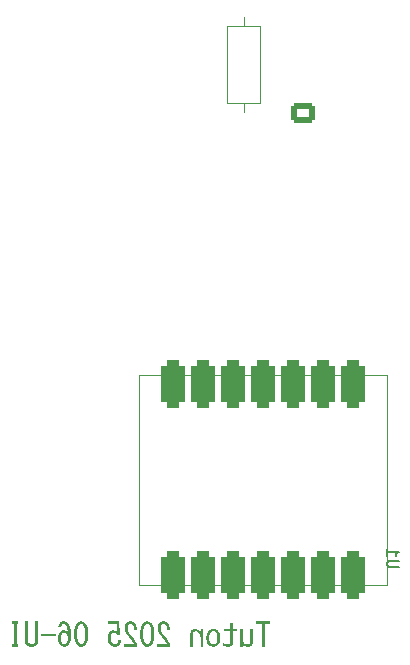
<source format=gbr>
%TF.GenerationSoftware,KiCad,Pcbnew,7.0.9*%
%TF.CreationDate,2025-01-19T18:06:07+09:00*%
%TF.ProjectId,06-UI,30362d55-492e-46b6-9963-61645f706362,rev?*%
%TF.SameCoordinates,Original*%
%TF.FileFunction,Legend,Bot*%
%TF.FilePolarity,Positive*%
%FSLAX46Y46*%
G04 Gerber Fmt 4.6, Leading zero omitted, Abs format (unit mm)*
G04 Created by KiCad (PCBNEW 7.0.9) date 2025-01-19 18:06:07*
%MOMM*%
%LPD*%
G01*
G04 APERTURE LIST*
G04 Aperture macros list*
%AMRoundRect*
0 Rectangle with rounded corners*
0 $1 Rounding radius*
0 $2 $3 $4 $5 $6 $7 $8 $9 X,Y pos of 4 corners*
0 Add a 4 corners polygon primitive as box body*
4,1,4,$2,$3,$4,$5,$6,$7,$8,$9,$2,$3,0*
0 Add four circle primitives for the rounded corners*
1,1,$1+$1,$2,$3*
1,1,$1+$1,$4,$5*
1,1,$1+$1,$6,$7*
1,1,$1+$1,$8,$9*
0 Add four rect primitives between the rounded corners*
20,1,$1+$1,$2,$3,$4,$5,0*
20,1,$1+$1,$4,$5,$6,$7,0*
20,1,$1+$1,$6,$7,$8,$9,0*
20,1,$1+$1,$8,$9,$2,$3,0*%
G04 Aperture macros list end*
%ADD10C,0.400000*%
%ADD11C,0.150000*%
%ADD12C,0.120000*%
%ADD13O,1.950000X1.700000*%
%ADD14RoundRect,0.250000X0.725000X-0.600000X0.725000X0.600000X-0.725000X0.600000X-0.725000X-0.600000X0*%
%ADD15RoundRect,0.500000X0.500000X-1.500000X0.500000X1.500000X-0.500000X1.500000X-0.500000X-1.500000X0*%
%ADD16C,1.700000*%
%ADD17O,1.850000X3.048000*%
%ADD18O,1.600000X1.600000*%
%ADD19C,1.600000*%
%ADD20C,3.200000*%
G04 APERTURE END LIST*
D10*
G36*
X139774218Y-108223018D02*
G01*
X139774218Y-107255816D01*
X139774218Y-106297896D01*
X140203108Y-106297896D01*
X140203108Y-106079542D01*
X139070799Y-106079542D01*
X139070799Y-106297896D01*
X139521671Y-106297896D01*
X139521671Y-108223018D01*
X139774218Y-108223018D01*
G37*
G36*
X137935558Y-108003199D02*
G01*
X137957927Y-108029818D01*
X137981071Y-108054719D01*
X138004990Y-108077903D01*
X138029683Y-108099370D01*
X138055151Y-108119119D01*
X138081394Y-108137151D01*
X138108411Y-108153466D01*
X138136203Y-108168063D01*
X138164770Y-108180943D01*
X138194112Y-108192106D01*
X138224228Y-108201551D01*
X138255119Y-108209279D01*
X138286785Y-108215290D01*
X138319225Y-108219583D01*
X138352440Y-108222159D01*
X138386430Y-108223018D01*
X138409414Y-108222630D01*
X138431714Y-108221468D01*
X138453332Y-108219531D01*
X138474266Y-108216820D01*
X138494517Y-108213334D01*
X138514085Y-108209073D01*
X138532970Y-108204037D01*
X138560017Y-108195031D01*
X138585526Y-108184282D01*
X138609499Y-108171790D01*
X138631934Y-108157555D01*
X138652833Y-108141576D01*
X138672194Y-108123855D01*
X138691836Y-108102766D01*
X138709546Y-108080716D01*
X138725324Y-108057703D01*
X138739170Y-108033729D01*
X138751084Y-108008794D01*
X138761066Y-107982896D01*
X138769116Y-107956037D01*
X138775234Y-107928217D01*
X138779420Y-107899434D01*
X138781137Y-107879711D01*
X138781996Y-107859561D01*
X138782103Y-107849326D01*
X138782103Y-106717016D01*
X138562285Y-106717016D01*
X138562285Y-107794127D01*
X138561800Y-107818183D01*
X138560344Y-107840890D01*
X138557919Y-107862249D01*
X138554523Y-107882261D01*
X138548485Y-107906845D01*
X138540723Y-107929033D01*
X138531236Y-107948825D01*
X138520023Y-107966219D01*
X138507086Y-107981217D01*
X138492202Y-107994040D01*
X138474907Y-108005153D01*
X138455200Y-108014556D01*
X138433080Y-108022250D01*
X138408549Y-108028234D01*
X138388568Y-108031600D01*
X138367230Y-108034004D01*
X138344536Y-108035447D01*
X138320484Y-108035928D01*
X138292020Y-108034962D01*
X138264328Y-108032064D01*
X138237409Y-108027234D01*
X138211262Y-108020472D01*
X138185889Y-108011778D01*
X138161288Y-108001152D01*
X138137460Y-107988594D01*
X138114405Y-107974104D01*
X138092122Y-107957682D01*
X138070613Y-107939328D01*
X138056702Y-107926018D01*
X138042032Y-107910677D01*
X138028309Y-107894816D01*
X138015532Y-107878437D01*
X138003702Y-107861538D01*
X137992817Y-107844121D01*
X137982880Y-107826184D01*
X137973889Y-107807728D01*
X137965844Y-107788754D01*
X137958746Y-107769260D01*
X137952594Y-107749248D01*
X137947388Y-107728716D01*
X137943129Y-107707665D01*
X137939817Y-107686096D01*
X137937451Y-107664007D01*
X137936031Y-107641399D01*
X137935558Y-107618272D01*
X137935558Y-106717016D01*
X137715739Y-106717016D01*
X137715739Y-108223018D01*
X137935558Y-108223018D01*
X137935558Y-108003199D01*
G37*
G36*
X137075334Y-106904106D02*
G01*
X137427044Y-106904106D01*
X137427044Y-106717016D01*
X137075334Y-106717016D01*
X137075334Y-106233415D01*
X136855516Y-106233415D01*
X136855516Y-106717016D01*
X136360680Y-106717016D01*
X136360680Y-106904106D01*
X136855516Y-106904106D01*
X136855516Y-107893290D01*
X136853970Y-107914852D01*
X136849334Y-107934294D01*
X136838343Y-107956917D01*
X136821856Y-107975769D01*
X136805885Y-107987434D01*
X136786823Y-107996979D01*
X136764669Y-108004402D01*
X136739424Y-108009704D01*
X136711088Y-108012885D01*
X136690480Y-108013828D01*
X136679661Y-108013946D01*
X136656233Y-108013602D01*
X136632721Y-108012572D01*
X136609124Y-108010855D01*
X136585444Y-108008450D01*
X136561680Y-108005359D01*
X136537832Y-108001581D01*
X136513900Y-107997116D01*
X136489884Y-107991964D01*
X136465784Y-107986125D01*
X136441601Y-107979599D01*
X136417333Y-107972386D01*
X136392981Y-107964487D01*
X136368545Y-107955900D01*
X136344026Y-107946626D01*
X136319422Y-107936666D01*
X136294734Y-107926018D01*
X136294734Y-108157072D01*
X136328594Y-108165058D01*
X136361420Y-108172528D01*
X136393212Y-108179483D01*
X136423969Y-108185923D01*
X136453693Y-108191848D01*
X136482382Y-108197258D01*
X136510036Y-108202152D01*
X136536657Y-108206531D01*
X136562243Y-108210395D01*
X136586795Y-108213744D01*
X136610313Y-108216578D01*
X136632797Y-108218896D01*
X136654246Y-108220699D01*
X136674662Y-108221987D01*
X136703345Y-108222953D01*
X136712390Y-108223018D01*
X136734719Y-108222739D01*
X136756340Y-108221901D01*
X136777252Y-108220506D01*
X136797455Y-108218553D01*
X136816949Y-108216041D01*
X136853810Y-108209343D01*
X136887837Y-108200413D01*
X136919027Y-108189251D01*
X136947382Y-108175855D01*
X136972902Y-108160228D01*
X136995586Y-108142367D01*
X137015434Y-108122275D01*
X137032447Y-108099949D01*
X137046625Y-108075391D01*
X137057967Y-108048601D01*
X137066474Y-108019578D01*
X137072145Y-107988323D01*
X137074980Y-107954835D01*
X137075334Y-107937254D01*
X137075334Y-106904106D01*
G37*
G36*
X135464478Y-106717703D02*
G01*
X135493931Y-106719764D01*
X135522868Y-106723199D01*
X135551290Y-106728007D01*
X135579196Y-106734190D01*
X135606588Y-106741746D01*
X135633464Y-106750676D01*
X135659825Y-106760980D01*
X135685671Y-106772658D01*
X135711002Y-106785710D01*
X135735817Y-106800135D01*
X135760117Y-106815935D01*
X135783902Y-106833108D01*
X135807172Y-106851655D01*
X135829927Y-106871576D01*
X135852166Y-106892871D01*
X135873461Y-106915756D01*
X135893382Y-106940445D01*
X135911929Y-106966940D01*
X135929103Y-106995239D01*
X135944902Y-107025344D01*
X135959328Y-107057254D01*
X135972380Y-107090969D01*
X135984057Y-107126489D01*
X135994361Y-107163815D01*
X135998998Y-107183154D01*
X136003292Y-107202945D01*
X136007241Y-107223187D01*
X136010848Y-107243881D01*
X136014111Y-107265025D01*
X136017030Y-107286621D01*
X136019606Y-107308668D01*
X136021839Y-107331167D01*
X136023728Y-107354117D01*
X136025273Y-107377518D01*
X136026476Y-107401370D01*
X136027334Y-107425674D01*
X136027849Y-107450428D01*
X136028021Y-107475635D01*
X136027849Y-107500149D01*
X136027334Y-107524235D01*
X136026476Y-107547891D01*
X136025273Y-107571118D01*
X136023728Y-107593916D01*
X136021839Y-107616284D01*
X136019606Y-107638223D01*
X136017030Y-107659733D01*
X136014111Y-107680813D01*
X136010848Y-107701464D01*
X136007241Y-107721685D01*
X136003292Y-107741478D01*
X135994361Y-107779774D01*
X135984057Y-107816353D01*
X135972380Y-107851215D01*
X135959328Y-107884360D01*
X135944902Y-107915787D01*
X135929103Y-107945497D01*
X135911929Y-107973489D01*
X135893382Y-107999764D01*
X135873461Y-108024322D01*
X135852166Y-108047163D01*
X135829927Y-108068458D01*
X135807172Y-108088379D01*
X135783902Y-108106926D01*
X135760117Y-108124099D01*
X135735817Y-108139899D01*
X135711002Y-108154324D01*
X135685671Y-108167376D01*
X135659825Y-108179054D01*
X135633464Y-108189358D01*
X135606588Y-108198288D01*
X135579196Y-108205844D01*
X135551290Y-108212027D01*
X135522868Y-108216835D01*
X135493931Y-108220270D01*
X135464478Y-108222331D01*
X135434511Y-108223018D01*
X135405845Y-108222331D01*
X135377610Y-108220270D01*
X135349806Y-108216835D01*
X135322434Y-108212027D01*
X135295493Y-108205844D01*
X135268983Y-108198288D01*
X135242904Y-108189358D01*
X135217257Y-108179054D01*
X135192041Y-108167376D01*
X135167256Y-108154324D01*
X135142902Y-108139899D01*
X135118980Y-108124099D01*
X135095489Y-108106926D01*
X135072429Y-108088379D01*
X135049800Y-108068458D01*
X135027602Y-108047163D01*
X135016783Y-108035957D01*
X134996175Y-108012258D01*
X134976941Y-107986841D01*
X134959081Y-107959708D01*
X134942594Y-107930856D01*
X134927482Y-107900288D01*
X134913743Y-107868002D01*
X134901378Y-107833999D01*
X134890388Y-107798278D01*
X134880771Y-107760841D01*
X134876477Y-107741478D01*
X134872527Y-107721685D01*
X134868921Y-107701464D01*
X134865658Y-107680813D01*
X134862739Y-107659733D01*
X134860163Y-107638223D01*
X134857930Y-107616284D01*
X134856041Y-107593916D01*
X134854495Y-107571118D01*
X134853293Y-107547891D01*
X134852435Y-107524235D01*
X134851919Y-107500149D01*
X134851748Y-107475635D01*
X135093548Y-107475635D01*
X135093666Y-107496038D01*
X135094021Y-107516034D01*
X135095441Y-107554800D01*
X135097807Y-107591932D01*
X135101120Y-107627431D01*
X135105379Y-107661297D01*
X135110584Y-107693530D01*
X135116736Y-107724129D01*
X135123834Y-107753094D01*
X135131879Y-107780427D01*
X135140870Y-107806126D01*
X135150808Y-107830191D01*
X135161692Y-107852623D01*
X135173522Y-107873422D01*
X135186299Y-107892588D01*
X135200023Y-107910120D01*
X135214692Y-107926018D01*
X135227114Y-107938026D01*
X135246077Y-107954586D01*
X135265434Y-107969402D01*
X135285186Y-107982475D01*
X135305333Y-107993805D01*
X135325875Y-108003392D01*
X135346813Y-108011236D01*
X135368145Y-108017337D01*
X135389872Y-108021695D01*
X135411994Y-108024309D01*
X135434511Y-108025181D01*
X135450868Y-108024794D01*
X135474916Y-108022760D01*
X135498381Y-108018983D01*
X135521261Y-108013463D01*
X135543558Y-108006201D01*
X135565271Y-107997195D01*
X135586400Y-107986446D01*
X135606945Y-107973953D01*
X135626906Y-107959718D01*
X135646283Y-107943740D01*
X135665076Y-107926018D01*
X135672529Y-107918273D01*
X135686726Y-107901558D01*
X135699976Y-107883209D01*
X135712280Y-107863227D01*
X135723637Y-107841611D01*
X135734048Y-107818363D01*
X135743513Y-107793480D01*
X135752031Y-107766965D01*
X135759602Y-107738816D01*
X135766227Y-107709033D01*
X135771906Y-107677618D01*
X135776638Y-107644569D01*
X135780424Y-107609886D01*
X135783263Y-107573570D01*
X135785156Y-107535621D01*
X135785747Y-107516034D01*
X135786102Y-107496038D01*
X135786221Y-107475635D01*
X135786102Y-107454539D01*
X135785747Y-107433875D01*
X135785156Y-107413640D01*
X135784328Y-107393836D01*
X135781962Y-107355519D01*
X135778649Y-107318922D01*
X135774390Y-107284047D01*
X135769185Y-107250893D01*
X135763033Y-107219460D01*
X135755935Y-107189748D01*
X135747890Y-107161758D01*
X135738899Y-107135488D01*
X135728961Y-107110940D01*
X135718077Y-107088113D01*
X135706246Y-107067007D01*
X135693469Y-107047622D01*
X135679746Y-107029958D01*
X135665076Y-107014016D01*
X135652612Y-107002008D01*
X135633430Y-106985448D01*
X135613663Y-106970632D01*
X135593313Y-106957559D01*
X135572378Y-106946229D01*
X135550860Y-106936642D01*
X135528758Y-106928798D01*
X135506072Y-106922697D01*
X135482802Y-106918339D01*
X135458949Y-106915725D01*
X135434511Y-106914853D01*
X135419456Y-106915240D01*
X135397202Y-106917274D01*
X135375343Y-106921051D01*
X135353879Y-106926570D01*
X135332811Y-106933833D01*
X135312137Y-106942839D01*
X135291858Y-106953588D01*
X135271974Y-106966081D01*
X135252485Y-106980316D01*
X135233391Y-106996294D01*
X135214692Y-107014016D01*
X135200023Y-107029958D01*
X135186299Y-107047622D01*
X135173522Y-107067007D01*
X135161692Y-107088113D01*
X135150808Y-107110940D01*
X135140870Y-107135488D01*
X135131879Y-107161758D01*
X135123834Y-107189748D01*
X135116736Y-107219460D01*
X135110584Y-107250893D01*
X135105379Y-107284047D01*
X135101120Y-107318922D01*
X135097807Y-107355519D01*
X135095441Y-107393836D01*
X135094613Y-107413640D01*
X135094021Y-107433875D01*
X135093666Y-107454539D01*
X135093548Y-107475635D01*
X134851748Y-107475635D01*
X134851919Y-107450428D01*
X134852435Y-107425674D01*
X134853293Y-107401370D01*
X134854495Y-107377518D01*
X134856041Y-107354117D01*
X134857930Y-107331167D01*
X134860163Y-107308668D01*
X134862739Y-107286621D01*
X134865658Y-107265025D01*
X134868921Y-107243881D01*
X134872527Y-107223187D01*
X134876477Y-107202945D01*
X134880771Y-107183154D01*
X134885407Y-107163815D01*
X134895711Y-107126489D01*
X134907389Y-107090969D01*
X134920441Y-107057254D01*
X134934866Y-107025344D01*
X134950666Y-106995239D01*
X134967839Y-106966940D01*
X134986386Y-106940445D01*
X135006308Y-106915756D01*
X135027602Y-106892871D01*
X135049800Y-106871576D01*
X135072429Y-106851655D01*
X135095489Y-106833108D01*
X135118980Y-106815935D01*
X135142902Y-106800135D01*
X135167256Y-106785710D01*
X135192041Y-106772658D01*
X135217257Y-106760980D01*
X135242904Y-106750676D01*
X135268983Y-106741746D01*
X135295493Y-106734190D01*
X135322434Y-106728007D01*
X135349806Y-106723199D01*
X135377610Y-106719764D01*
X135405845Y-106717703D01*
X135434511Y-106717016D01*
X135464478Y-106717703D01*
G37*
G36*
X133716507Y-107145907D02*
G01*
X133717537Y-107121635D01*
X133720628Y-107098401D01*
X133725780Y-107076206D01*
X133732993Y-107055048D01*
X133742267Y-107034929D01*
X133753601Y-107015847D01*
X133766996Y-106997804D01*
X133782452Y-106980799D01*
X133799626Y-106965343D01*
X133818173Y-106951947D01*
X133838094Y-106940613D01*
X133859389Y-106931339D01*
X133882058Y-106924127D01*
X133906100Y-106918975D01*
X133931517Y-106915883D01*
X133951481Y-106914917D01*
X133958307Y-106914853D01*
X133981018Y-106915918D01*
X134003719Y-106919112D01*
X134026412Y-106924436D01*
X134049097Y-106931889D01*
X134071773Y-106941472D01*
X134094440Y-106953184D01*
X134117099Y-106967026D01*
X134139749Y-106982997D01*
X134162391Y-107001097D01*
X134177480Y-107014348D01*
X134192566Y-107028544D01*
X134200108Y-107035997D01*
X134218741Y-107055575D01*
X134236172Y-107075840D01*
X134252400Y-107096791D01*
X134267427Y-107118429D01*
X134281252Y-107140755D01*
X134293874Y-107163767D01*
X134305294Y-107187466D01*
X134315512Y-107211852D01*
X134324528Y-107236925D01*
X134332342Y-107262685D01*
X134338954Y-107289132D01*
X134344364Y-107316266D01*
X134348571Y-107344087D01*
X134351576Y-107372595D01*
X134353380Y-107401789D01*
X134353981Y-107431671D01*
X134353981Y-108223018D01*
X134573799Y-108223018D01*
X134573799Y-106717016D01*
X134353981Y-106717016D01*
X134353981Y-107002780D01*
X134339952Y-106983600D01*
X134325221Y-106964404D01*
X134309788Y-106945192D01*
X134293653Y-106925966D01*
X134276815Y-106906724D01*
X134259275Y-106887467D01*
X134245660Y-106873014D01*
X134231649Y-106858553D01*
X134222090Y-106848907D01*
X134205346Y-106832936D01*
X134188086Y-106817995D01*
X134170312Y-106804085D01*
X134152022Y-106791205D01*
X134133218Y-106779355D01*
X134113898Y-106768536D01*
X134094062Y-106758747D01*
X134073712Y-106749989D01*
X134052846Y-106742261D01*
X134031466Y-106735563D01*
X134009570Y-106729896D01*
X133987158Y-106725259D01*
X133964232Y-106721653D01*
X133940790Y-106719077D01*
X133916834Y-106717531D01*
X133892362Y-106717016D01*
X133870637Y-106717446D01*
X133849428Y-106718734D01*
X133828735Y-106720880D01*
X133808556Y-106723886D01*
X133788892Y-106727750D01*
X133769744Y-106732472D01*
X133741988Y-106741166D01*
X133715391Y-106751792D01*
X133689953Y-106764350D01*
X133665674Y-106778840D01*
X133642554Y-106795262D01*
X133620594Y-106813616D01*
X133606598Y-106826926D01*
X133586956Y-106848212D01*
X133569246Y-106870855D01*
X133553468Y-106894855D01*
X133539622Y-106920211D01*
X133527708Y-106946924D01*
X133520838Y-106965487D01*
X133514828Y-106984652D01*
X133509676Y-107004420D01*
X133505382Y-107024792D01*
X133501948Y-107045766D01*
X133499372Y-107067343D01*
X133497654Y-107089524D01*
X133496796Y-107112307D01*
X133496688Y-107123925D01*
X133496688Y-108223018D01*
X133716507Y-108223018D01*
X133716507Y-107145907D01*
G37*
G36*
X130687896Y-108013946D02*
G01*
X130687896Y-108232299D01*
X131808970Y-108232299D01*
X131808970Y-108047163D01*
X131793038Y-108017653D01*
X131776869Y-107988230D01*
X131760466Y-107958893D01*
X131743826Y-107929644D01*
X131726951Y-107900481D01*
X131709840Y-107871405D01*
X131692494Y-107842416D01*
X131674911Y-107813514D01*
X131657094Y-107784699D01*
X131639040Y-107755970D01*
X131620751Y-107727328D01*
X131602226Y-107698773D01*
X131583466Y-107670305D01*
X131564470Y-107641924D01*
X131545238Y-107613629D01*
X131525771Y-107585422D01*
X131506068Y-107557301D01*
X131486129Y-107529267D01*
X131465954Y-107501320D01*
X131445544Y-107473459D01*
X131424899Y-107445686D01*
X131404017Y-107417999D01*
X131382900Y-107390399D01*
X131361548Y-107362886D01*
X131339960Y-107335460D01*
X131318136Y-107308120D01*
X131296076Y-107280868D01*
X131273781Y-107253702D01*
X131251250Y-107226623D01*
X131228483Y-107199631D01*
X131205481Y-107172725D01*
X131182243Y-107145907D01*
X131169410Y-107130773D01*
X131156985Y-107115596D01*
X131133356Y-107085113D01*
X131111357Y-107054459D01*
X131090988Y-107023633D01*
X131072248Y-106992635D01*
X131055138Y-106961465D01*
X131039657Y-106930124D01*
X131025806Y-106898611D01*
X131013584Y-106866926D01*
X131002992Y-106835070D01*
X130994029Y-106803041D01*
X130986696Y-106770841D01*
X130980993Y-106738470D01*
X130976919Y-106705926D01*
X130974474Y-106673211D01*
X130973660Y-106640324D01*
X130974045Y-106617283D01*
X130975201Y-106594933D01*
X130977129Y-106573274D01*
X130979827Y-106552305D01*
X130983296Y-106532027D01*
X130987536Y-106512440D01*
X130992546Y-106493544D01*
X131001508Y-106466494D01*
X131012204Y-106440999D01*
X131024635Y-106417058D01*
X131038800Y-106394671D01*
X131054700Y-106373838D01*
X131072334Y-106354560D01*
X131089507Y-106339104D01*
X131108054Y-106325709D01*
X131127975Y-106314374D01*
X131149270Y-106305101D01*
X131171939Y-106297888D01*
X131195982Y-106292736D01*
X131221398Y-106289645D01*
X131241362Y-106288679D01*
X131248189Y-106288614D01*
X131270170Y-106289988D01*
X131292152Y-106294110D01*
X131314134Y-106300979D01*
X131336116Y-106310596D01*
X131358098Y-106322961D01*
X131374584Y-106334038D01*
X131391071Y-106346660D01*
X131407557Y-106360828D01*
X131424043Y-106376542D01*
X131441765Y-106396881D01*
X131457743Y-106420895D01*
X131467427Y-106438946D01*
X131476336Y-106458630D01*
X131484471Y-106479948D01*
X131491830Y-106502899D01*
X131498415Y-106527484D01*
X131504226Y-106553702D01*
X131509261Y-106581553D01*
X131513522Y-106611038D01*
X131517008Y-106642156D01*
X131519720Y-106674907D01*
X131521657Y-106709292D01*
X131522819Y-106745310D01*
X131523206Y-106782962D01*
X131765006Y-106782962D01*
X131764144Y-106758447D01*
X131762959Y-106734361D01*
X131761453Y-106710705D01*
X131759626Y-106687478D01*
X131757476Y-106664681D01*
X131755006Y-106642312D01*
X131752214Y-106620373D01*
X131749100Y-106598864D01*
X131745665Y-106577784D01*
X131741908Y-106557133D01*
X131737830Y-106536911D01*
X131733430Y-106517119D01*
X131728709Y-106497756D01*
X131723666Y-106478822D01*
X131712616Y-106442243D01*
X131700280Y-106407381D01*
X131686658Y-106374237D01*
X131671750Y-106342809D01*
X131655555Y-106313100D01*
X131638075Y-106285107D01*
X131619308Y-106258832D01*
X131599255Y-106234274D01*
X131577916Y-106211434D01*
X131561087Y-106195462D01*
X131543570Y-106180522D01*
X131525366Y-106166611D01*
X131506475Y-106153731D01*
X131486898Y-106141882D01*
X131466633Y-106131062D01*
X131445682Y-106121274D01*
X131424043Y-106112515D01*
X131401718Y-106104787D01*
X131378706Y-106098090D01*
X131355007Y-106092422D01*
X131330621Y-106087786D01*
X131305548Y-106084179D01*
X131279788Y-106081603D01*
X131253341Y-106080058D01*
X131226207Y-106079542D01*
X131200390Y-106080102D01*
X131175084Y-106081779D01*
X131150289Y-106084574D01*
X131126006Y-106088488D01*
X131102234Y-106093520D01*
X131078974Y-106099670D01*
X131056225Y-106106938D01*
X131033988Y-106115324D01*
X131012261Y-106124828D01*
X130991047Y-106135451D01*
X130970343Y-106147192D01*
X130950151Y-106160051D01*
X130930471Y-106174028D01*
X130911301Y-106189123D01*
X130892644Y-106205337D01*
X130874497Y-106222669D01*
X130855864Y-106242374D01*
X130838433Y-106263022D01*
X130822204Y-106284613D01*
X130807178Y-106307146D01*
X130793353Y-106330622D01*
X130780731Y-106355041D01*
X130769310Y-106380402D01*
X130759092Y-106406706D01*
X130750076Y-106433952D01*
X130742262Y-106462141D01*
X130735651Y-106491273D01*
X130730241Y-106521347D01*
X130726034Y-106552364D01*
X130723028Y-106584324D01*
X130721225Y-106617226D01*
X130720624Y-106651071D01*
X130720914Y-106671028D01*
X130721784Y-106691027D01*
X130723234Y-106711069D01*
X130725265Y-106731152D01*
X130727875Y-106751277D01*
X130731065Y-106771444D01*
X130734836Y-106791653D01*
X130739187Y-106811905D01*
X130744117Y-106832198D01*
X130749628Y-106852533D01*
X130755719Y-106872910D01*
X130762390Y-106893329D01*
X130769641Y-106913790D01*
X130777472Y-106934293D01*
X130785883Y-106954838D01*
X130794874Y-106975425D01*
X130804445Y-106996054D01*
X130814596Y-107016725D01*
X130825328Y-107037438D01*
X130836639Y-107058193D01*
X130848531Y-107078990D01*
X130861003Y-107099829D01*
X130874054Y-107120710D01*
X130887686Y-107141632D01*
X130901898Y-107162597D01*
X130916690Y-107183604D01*
X130932062Y-107204653D01*
X130948014Y-107225744D01*
X130964546Y-107246876D01*
X130981659Y-107268051D01*
X130999351Y-107289268D01*
X131017623Y-107310526D01*
X131037422Y-107333188D01*
X131057008Y-107355807D01*
X131076379Y-107378381D01*
X131095537Y-107400911D01*
X131114481Y-107423398D01*
X131133211Y-107445841D01*
X131151728Y-107468240D01*
X131170031Y-107490594D01*
X131188120Y-107512905D01*
X131205996Y-107535173D01*
X131223657Y-107557396D01*
X131241106Y-107579575D01*
X131258340Y-107601711D01*
X131275361Y-107623802D01*
X131292168Y-107645850D01*
X131308761Y-107667854D01*
X131325140Y-107689814D01*
X131341306Y-107711730D01*
X131357258Y-107733602D01*
X131372997Y-107755430D01*
X131388521Y-107777214D01*
X131403832Y-107798955D01*
X131418930Y-107820651D01*
X131433813Y-107842304D01*
X131448483Y-107863913D01*
X131462939Y-107885478D01*
X131477182Y-107906999D01*
X131491210Y-107928476D01*
X131505025Y-107949909D01*
X131518627Y-107971299D01*
X131532014Y-107992644D01*
X131545188Y-108013946D01*
X130687896Y-108013946D01*
G37*
G36*
X129872422Y-106080143D02*
G01*
X129895419Y-106081947D01*
X129918157Y-106084952D01*
X129940635Y-106089159D01*
X129962853Y-106094569D01*
X129984812Y-106101181D01*
X130006511Y-106108995D01*
X130027951Y-106118011D01*
X130049132Y-106128229D01*
X130070053Y-106139649D01*
X130090714Y-106152271D01*
X130111116Y-106166096D01*
X130131258Y-106181123D01*
X130151141Y-106197351D01*
X130170765Y-106214782D01*
X130190129Y-106233415D01*
X130206357Y-106250278D01*
X130222071Y-106267892D01*
X130237269Y-106286258D01*
X130251953Y-106305375D01*
X130266121Y-106325245D01*
X130279773Y-106345866D01*
X130292911Y-106367240D01*
X130305533Y-106389364D01*
X130317641Y-106412241D01*
X130329233Y-106435870D01*
X130340309Y-106460250D01*
X130350871Y-106485382D01*
X130360917Y-106511266D01*
X130370449Y-106537902D01*
X130379465Y-106565290D01*
X130387965Y-106593429D01*
X130395951Y-106622321D01*
X130403421Y-106651964D01*
X130410376Y-106682359D01*
X130416816Y-106713505D01*
X130422741Y-106745404D01*
X130428151Y-106778054D01*
X130433045Y-106811456D01*
X130437424Y-106845610D01*
X130441288Y-106880516D01*
X130444637Y-106916173D01*
X130447471Y-106952583D01*
X130449789Y-106989744D01*
X130451592Y-107027657D01*
X130452880Y-107066322D01*
X130453653Y-107105738D01*
X130453911Y-107145907D01*
X130453653Y-107186736D01*
X130452880Y-107226793D01*
X130451592Y-107266077D01*
X130449789Y-107304588D01*
X130447471Y-107342327D01*
X130444637Y-107379292D01*
X130441288Y-107415485D01*
X130437424Y-107450905D01*
X130433045Y-107485552D01*
X130428151Y-107519427D01*
X130422741Y-107552528D01*
X130416816Y-107584857D01*
X130410376Y-107616413D01*
X130403421Y-107647196D01*
X130395951Y-107677206D01*
X130387965Y-107706444D01*
X130379465Y-107734909D01*
X130370449Y-107762601D01*
X130360917Y-107789520D01*
X130350871Y-107815666D01*
X130340309Y-107841040D01*
X130329233Y-107865641D01*
X130317641Y-107889469D01*
X130305533Y-107912524D01*
X130292911Y-107934806D01*
X130279773Y-107956316D01*
X130266121Y-107977053D01*
X130251953Y-107997017D01*
X130237269Y-108016208D01*
X130222071Y-108034626D01*
X130206357Y-108052272D01*
X130190129Y-108069145D01*
X130170765Y-108088902D01*
X130151141Y-108107384D01*
X130131258Y-108124592D01*
X130111116Y-108140525D01*
X130090714Y-108155183D01*
X130070053Y-108168567D01*
X130049132Y-108180676D01*
X130027951Y-108191510D01*
X130006511Y-108201070D01*
X129984812Y-108209355D01*
X129962853Y-108216366D01*
X129940635Y-108222102D01*
X129918157Y-108226563D01*
X129895419Y-108229750D01*
X129872422Y-108231662D01*
X129849166Y-108232299D01*
X129825968Y-108231662D01*
X129803027Y-108229750D01*
X129780341Y-108226563D01*
X129757910Y-108222102D01*
X129735736Y-108216366D01*
X129713817Y-108209355D01*
X129692154Y-108201070D01*
X129670746Y-108191510D01*
X129649594Y-108180676D01*
X129628698Y-108168567D01*
X129608058Y-108155183D01*
X129587673Y-108140525D01*
X129567544Y-108124592D01*
X129547671Y-108107384D01*
X129528053Y-108088902D01*
X129508691Y-108069145D01*
X129492462Y-108052272D01*
X129476749Y-108034626D01*
X129461550Y-108016208D01*
X129446867Y-107997017D01*
X129432699Y-107977053D01*
X129419046Y-107956316D01*
X129405909Y-107934806D01*
X129393286Y-107912524D01*
X129381179Y-107889469D01*
X129369587Y-107865641D01*
X129358510Y-107841040D01*
X129347949Y-107815666D01*
X129337902Y-107789520D01*
X129328371Y-107762601D01*
X129319355Y-107734909D01*
X129310854Y-107706444D01*
X129302869Y-107677206D01*
X129295398Y-107647196D01*
X129288443Y-107616413D01*
X129282003Y-107584857D01*
X129276078Y-107552528D01*
X129270669Y-107519427D01*
X129265774Y-107485552D01*
X129261395Y-107450905D01*
X129257531Y-107415485D01*
X129254182Y-107379292D01*
X129251349Y-107342327D01*
X129249030Y-107304588D01*
X129247227Y-107266077D01*
X129245939Y-107226793D01*
X129245166Y-107186736D01*
X129244909Y-107145907D01*
X129497456Y-107145907D01*
X129497660Y-107182625D01*
X129498273Y-107218592D01*
X129499293Y-107253807D01*
X129500723Y-107288270D01*
X129502560Y-107321981D01*
X129504806Y-107354940D01*
X129507460Y-107387148D01*
X129510523Y-107418604D01*
X129513994Y-107449308D01*
X129517873Y-107479260D01*
X129522161Y-107508460D01*
X129526857Y-107536909D01*
X129531961Y-107564606D01*
X129537474Y-107591551D01*
X129543395Y-107617744D01*
X129549724Y-107643185D01*
X129556462Y-107667875D01*
X129563608Y-107691812D01*
X129571162Y-107714998D01*
X129579125Y-107737432D01*
X129587496Y-107759115D01*
X129596275Y-107780045D01*
X129605463Y-107800224D01*
X129615059Y-107819651D01*
X129625063Y-107838326D01*
X129635476Y-107856249D01*
X129646297Y-107873420D01*
X129657527Y-107889840D01*
X129681210Y-107920424D01*
X129706528Y-107948000D01*
X129710660Y-107952057D01*
X129727398Y-107966998D01*
X129744472Y-107979878D01*
X129761882Y-107990697D01*
X129779628Y-107999456D01*
X129802282Y-108007506D01*
X129825462Y-108012336D01*
X129849166Y-108013946D01*
X129853978Y-108013881D01*
X129877713Y-108011627D01*
X129900900Y-108006153D01*
X129923538Y-107997459D01*
X129941253Y-107988186D01*
X129958617Y-107976851D01*
X129975630Y-107963456D01*
X129992292Y-107948000D01*
X130017550Y-107920424D01*
X130041179Y-107889840D01*
X130052382Y-107873420D01*
X130063178Y-107856249D01*
X130073566Y-107838326D01*
X130083547Y-107819651D01*
X130093121Y-107800224D01*
X130102287Y-107780045D01*
X130111046Y-107759115D01*
X130119397Y-107737432D01*
X130127341Y-107714998D01*
X130134878Y-107691812D01*
X130142008Y-107667875D01*
X130148729Y-107643185D01*
X130155044Y-107617744D01*
X130160951Y-107591551D01*
X130166451Y-107564606D01*
X130171543Y-107536909D01*
X130176228Y-107508460D01*
X130180506Y-107479260D01*
X130184376Y-107449308D01*
X130187839Y-107418604D01*
X130190894Y-107387148D01*
X130193542Y-107354940D01*
X130195783Y-107321981D01*
X130197616Y-107288270D01*
X130199042Y-107253807D01*
X130200061Y-107218592D01*
X130200672Y-107182625D01*
X130200875Y-107145907D01*
X130200672Y-107110530D01*
X130200061Y-107075840D01*
X130199042Y-107041836D01*
X130197616Y-107008520D01*
X130195783Y-106975891D01*
X130193542Y-106943948D01*
X130190894Y-106912693D01*
X130187839Y-106882124D01*
X130184376Y-106852243D01*
X130180506Y-106823048D01*
X130176228Y-106794540D01*
X130171543Y-106766720D01*
X130166451Y-106739586D01*
X130160951Y-106713139D01*
X130155044Y-106687379D01*
X130148729Y-106662306D01*
X130142008Y-106637920D01*
X130134878Y-106614221D01*
X130127341Y-106591208D01*
X130119397Y-106568883D01*
X130111046Y-106547245D01*
X130102287Y-106526293D01*
X130093121Y-106506029D01*
X130083547Y-106486451D01*
X130073566Y-106467560D01*
X130063178Y-106449357D01*
X130052382Y-106431840D01*
X130041179Y-106415010D01*
X130029568Y-106398867D01*
X130017550Y-106383411D01*
X129992292Y-106354560D01*
X129988159Y-106350503D01*
X129971410Y-106335562D01*
X129954309Y-106322682D01*
X129936857Y-106311863D01*
X129919054Y-106303104D01*
X129896306Y-106295054D01*
X129873010Y-106290224D01*
X129849166Y-106288614D01*
X129844383Y-106288679D01*
X129820784Y-106290933D01*
X129797710Y-106296407D01*
X129775160Y-106305101D01*
X129757498Y-106314374D01*
X129740172Y-106325709D01*
X129723182Y-106339104D01*
X129706528Y-106354560D01*
X129681210Y-106382094D01*
X129657527Y-106412552D01*
X129646297Y-106428877D01*
X129635476Y-106445933D01*
X129625063Y-106463720D01*
X129615059Y-106482238D01*
X129605463Y-106501486D01*
X129596275Y-106521466D01*
X129587496Y-106542176D01*
X129579125Y-106563616D01*
X129571162Y-106585788D01*
X129563608Y-106608691D01*
X129556462Y-106632324D01*
X129549724Y-106656688D01*
X129543395Y-106681783D01*
X129537474Y-106707609D01*
X129531961Y-106734166D01*
X129526857Y-106761453D01*
X129522161Y-106789471D01*
X129517873Y-106818221D01*
X129513994Y-106847700D01*
X129510523Y-106877911D01*
X129507460Y-106908853D01*
X129504806Y-106940525D01*
X129502560Y-106972928D01*
X129500723Y-107006062D01*
X129499293Y-107039927D01*
X129498273Y-107074523D01*
X129497660Y-107109849D01*
X129497456Y-107145907D01*
X129244909Y-107145907D01*
X129245166Y-107105738D01*
X129245939Y-107066322D01*
X129247227Y-107027657D01*
X129249030Y-106989744D01*
X129251349Y-106952583D01*
X129254182Y-106916173D01*
X129257531Y-106880516D01*
X129261395Y-106845610D01*
X129265774Y-106811456D01*
X129270669Y-106778054D01*
X129276078Y-106745404D01*
X129282003Y-106713505D01*
X129288443Y-106682359D01*
X129295398Y-106651964D01*
X129302869Y-106622321D01*
X129310854Y-106593429D01*
X129319355Y-106565290D01*
X129328371Y-106537902D01*
X129337902Y-106511266D01*
X129347949Y-106485382D01*
X129358510Y-106460250D01*
X129369587Y-106435870D01*
X129381179Y-106412241D01*
X129393286Y-106389364D01*
X129405909Y-106367240D01*
X129419046Y-106345866D01*
X129432699Y-106325245D01*
X129446867Y-106305375D01*
X129461550Y-106286258D01*
X129476749Y-106267892D01*
X129492462Y-106250278D01*
X129508691Y-106233415D01*
X129528053Y-106214782D01*
X129547671Y-106197351D01*
X129567544Y-106181123D01*
X129587673Y-106166096D01*
X129608058Y-106152271D01*
X129628698Y-106139649D01*
X129649594Y-106128229D01*
X129670746Y-106118011D01*
X129692154Y-106108995D01*
X129713817Y-106101181D01*
X129735736Y-106094569D01*
X129757910Y-106089159D01*
X129780341Y-106084952D01*
X129803027Y-106081947D01*
X129825968Y-106080143D01*
X129849166Y-106079542D01*
X129872422Y-106080143D01*
G37*
G36*
X127889849Y-108013946D02*
G01*
X127889849Y-108232299D01*
X129010924Y-108232299D01*
X129010924Y-108047163D01*
X128994992Y-108017653D01*
X128978823Y-107988230D01*
X128962420Y-107958893D01*
X128945780Y-107929644D01*
X128928905Y-107900481D01*
X128911794Y-107871405D01*
X128894447Y-107842416D01*
X128876865Y-107813514D01*
X128859048Y-107784699D01*
X128840994Y-107755970D01*
X128822705Y-107727328D01*
X128804180Y-107698773D01*
X128785420Y-107670305D01*
X128766424Y-107641924D01*
X128747192Y-107613629D01*
X128727725Y-107585422D01*
X128708022Y-107557301D01*
X128688083Y-107529267D01*
X128667908Y-107501320D01*
X128647498Y-107473459D01*
X128626853Y-107445686D01*
X128605971Y-107417999D01*
X128584854Y-107390399D01*
X128563502Y-107362886D01*
X128541913Y-107335460D01*
X128520090Y-107308120D01*
X128498030Y-107280868D01*
X128475735Y-107253702D01*
X128453204Y-107226623D01*
X128430437Y-107199631D01*
X128407435Y-107172725D01*
X128384197Y-107145907D01*
X128371364Y-107130773D01*
X128358939Y-107115596D01*
X128335310Y-107085113D01*
X128313311Y-107054459D01*
X128292942Y-107023633D01*
X128274202Y-106992635D01*
X128257091Y-106961465D01*
X128241611Y-106930124D01*
X128227759Y-106898611D01*
X128215538Y-106866926D01*
X128204946Y-106835070D01*
X128195983Y-106803041D01*
X128188650Y-106770841D01*
X128182947Y-106738470D01*
X128178873Y-106705926D01*
X128176428Y-106673211D01*
X128175614Y-106640324D01*
X128175999Y-106617283D01*
X128177155Y-106594933D01*
X128179083Y-106573274D01*
X128181781Y-106552305D01*
X128185250Y-106532027D01*
X128189490Y-106512440D01*
X128194500Y-106493544D01*
X128203462Y-106466494D01*
X128214158Y-106440999D01*
X128226589Y-106417058D01*
X128240754Y-106394671D01*
X128256654Y-106373838D01*
X128274288Y-106354560D01*
X128291461Y-106339104D01*
X128310008Y-106325709D01*
X128329929Y-106314374D01*
X128351224Y-106305101D01*
X128373893Y-106297888D01*
X128397936Y-106292736D01*
X128423352Y-106289645D01*
X128443316Y-106288679D01*
X128450143Y-106288614D01*
X128472124Y-106289988D01*
X128494106Y-106294110D01*
X128516088Y-106300979D01*
X128538070Y-106310596D01*
X128560052Y-106322961D01*
X128576538Y-106334038D01*
X128593025Y-106346660D01*
X128609511Y-106360828D01*
X128625997Y-106376542D01*
X128643719Y-106396881D01*
X128659697Y-106420895D01*
X128669381Y-106438946D01*
X128678290Y-106458630D01*
X128686425Y-106479948D01*
X128693784Y-106502899D01*
X128700369Y-106527484D01*
X128706180Y-106553702D01*
X128711215Y-106581553D01*
X128715476Y-106611038D01*
X128718962Y-106642156D01*
X128721674Y-106674907D01*
X128723611Y-106709292D01*
X128724773Y-106745310D01*
X128725160Y-106782962D01*
X128966960Y-106782962D01*
X128966097Y-106758447D01*
X128964913Y-106734361D01*
X128963407Y-106710705D01*
X128961579Y-106687478D01*
X128959430Y-106664681D01*
X128956960Y-106642312D01*
X128954168Y-106620373D01*
X128951054Y-106598864D01*
X128947619Y-106577784D01*
X128943862Y-106557133D01*
X128939784Y-106536911D01*
X128935384Y-106517119D01*
X128930663Y-106497756D01*
X128925620Y-106478822D01*
X128914570Y-106442243D01*
X128902234Y-106407381D01*
X128888612Y-106374237D01*
X128873704Y-106342809D01*
X128857509Y-106313100D01*
X128840029Y-106285107D01*
X128821262Y-106258832D01*
X128801209Y-106234274D01*
X128779870Y-106211434D01*
X128763041Y-106195462D01*
X128745524Y-106180522D01*
X128727320Y-106166611D01*
X128708429Y-106153731D01*
X128688852Y-106141882D01*
X128668587Y-106131062D01*
X128647636Y-106121274D01*
X128625997Y-106112515D01*
X128603672Y-106104787D01*
X128580660Y-106098090D01*
X128556961Y-106092422D01*
X128532575Y-106087786D01*
X128507501Y-106084179D01*
X128481741Y-106081603D01*
X128455295Y-106080058D01*
X128428161Y-106079542D01*
X128402343Y-106080102D01*
X128377038Y-106081779D01*
X128352243Y-106084574D01*
X128327960Y-106088488D01*
X128304188Y-106093520D01*
X128280928Y-106099670D01*
X128258179Y-106106938D01*
X128235942Y-106115324D01*
X128214215Y-106124828D01*
X128193001Y-106135451D01*
X128172297Y-106147192D01*
X128152105Y-106160051D01*
X128132425Y-106174028D01*
X128113255Y-106189123D01*
X128094597Y-106205337D01*
X128076451Y-106222669D01*
X128057818Y-106242374D01*
X128040387Y-106263022D01*
X128024158Y-106284613D01*
X128009132Y-106307146D01*
X127995307Y-106330622D01*
X127982685Y-106355041D01*
X127971264Y-106380402D01*
X127961046Y-106406706D01*
X127952030Y-106433952D01*
X127944216Y-106462141D01*
X127937605Y-106491273D01*
X127932195Y-106521347D01*
X127927988Y-106552364D01*
X127924982Y-106584324D01*
X127923179Y-106617226D01*
X127922578Y-106651071D01*
X127922868Y-106671028D01*
X127923738Y-106691027D01*
X127925188Y-106711069D01*
X127927219Y-106731152D01*
X127929829Y-106751277D01*
X127933019Y-106771444D01*
X127936790Y-106791653D01*
X127941140Y-106811905D01*
X127946071Y-106832198D01*
X127951582Y-106852533D01*
X127957673Y-106872910D01*
X127964344Y-106893329D01*
X127971594Y-106913790D01*
X127979426Y-106934293D01*
X127987837Y-106954838D01*
X127996828Y-106975425D01*
X128006399Y-106996054D01*
X128016550Y-107016725D01*
X128027282Y-107037438D01*
X128038593Y-107058193D01*
X128050485Y-107078990D01*
X128062957Y-107099829D01*
X128076008Y-107120710D01*
X128089640Y-107141632D01*
X128103852Y-107162597D01*
X128118644Y-107183604D01*
X128134016Y-107204653D01*
X128149968Y-107225744D01*
X128166500Y-107246876D01*
X128183613Y-107268051D01*
X128201305Y-107289268D01*
X128219577Y-107310526D01*
X128239376Y-107333188D01*
X128258961Y-107355807D01*
X128278333Y-107378381D01*
X128297491Y-107400911D01*
X128316435Y-107423398D01*
X128335165Y-107445841D01*
X128353682Y-107468240D01*
X128371985Y-107490594D01*
X128390074Y-107512905D01*
X128407950Y-107535173D01*
X128425611Y-107557396D01*
X128443060Y-107579575D01*
X128460294Y-107601711D01*
X128477315Y-107623802D01*
X128494122Y-107645850D01*
X128510715Y-107667854D01*
X128527094Y-107689814D01*
X128543260Y-107711730D01*
X128559212Y-107733602D01*
X128574951Y-107755430D01*
X128590475Y-107777214D01*
X128605786Y-107798955D01*
X128620884Y-107820651D01*
X128635767Y-107842304D01*
X128650437Y-107863913D01*
X128664893Y-107885478D01*
X128679135Y-107906999D01*
X128693164Y-107928476D01*
X128706979Y-107949909D01*
X128720580Y-107971299D01*
X128733968Y-107992644D01*
X128747142Y-108013946D01*
X127889849Y-108013946D01*
G37*
G36*
X127370101Y-107618272D02*
G01*
X127369671Y-107645320D01*
X127368383Y-107671510D01*
X127366237Y-107696840D01*
X127363231Y-107721312D01*
X127359367Y-107744926D01*
X127354645Y-107767680D01*
X127349063Y-107789576D01*
X127342623Y-107810614D01*
X127335325Y-107830792D01*
X127327167Y-107850112D01*
X127318151Y-107868574D01*
X127308277Y-107886176D01*
X127297543Y-107902920D01*
X127285951Y-107918806D01*
X127266953Y-107941024D01*
X127260191Y-107948000D01*
X127242843Y-107963456D01*
X127223769Y-107976851D01*
X127202970Y-107988186D01*
X127180446Y-107997459D01*
X127156197Y-108004672D01*
X127136879Y-108008729D01*
X127116590Y-108011627D01*
X127095331Y-108013366D01*
X127073101Y-108013946D01*
X127048601Y-108012572D01*
X127024436Y-108008450D01*
X127000607Y-108001581D01*
X126977114Y-107991964D01*
X126959715Y-107982948D01*
X126942504Y-107972386D01*
X126925482Y-107960279D01*
X126908650Y-107946626D01*
X126892006Y-107931428D01*
X126886500Y-107926018D01*
X126870529Y-107908845D01*
X126855588Y-107890298D01*
X126841677Y-107870377D01*
X126828797Y-107849082D01*
X126816948Y-107826413D01*
X126806129Y-107802370D01*
X126796340Y-107776954D01*
X126787581Y-107750163D01*
X126779853Y-107721999D01*
X126773156Y-107692461D01*
X126767489Y-107661549D01*
X126762852Y-107629263D01*
X126759246Y-107595604D01*
X126756670Y-107560570D01*
X126755124Y-107524163D01*
X126754609Y-107486381D01*
X126755038Y-107451348D01*
X126756326Y-107417688D01*
X126758473Y-107385402D01*
X126761478Y-107354490D01*
X126765342Y-107324952D01*
X126770065Y-107296788D01*
X126775646Y-107269997D01*
X126782086Y-107244581D01*
X126789385Y-107220538D01*
X126797542Y-107197869D01*
X126806558Y-107176574D01*
X126816433Y-107156653D01*
X126827166Y-107138106D01*
X126838758Y-107120933D01*
X126851209Y-107105133D01*
X126864518Y-107090708D01*
X126881348Y-107075252D01*
X126898865Y-107061857D01*
X126917068Y-107050522D01*
X126935959Y-107041249D01*
X126955537Y-107034036D01*
X126975801Y-107028884D01*
X126996753Y-107025793D01*
X127018391Y-107024762D01*
X127042819Y-107025665D01*
X127066644Y-107028372D01*
X127089866Y-107032885D01*
X127112486Y-107039203D01*
X127134502Y-107047326D01*
X127155915Y-107057254D01*
X127176725Y-107068987D01*
X127196933Y-107082526D01*
X127216537Y-107097869D01*
X127235538Y-107115018D01*
X127253936Y-107133971D01*
X127271732Y-107154730D01*
X127288924Y-107177294D01*
X127305514Y-107201663D01*
X127321500Y-107227837D01*
X127336884Y-107255816D01*
X127556702Y-107255816D01*
X127490757Y-106079542D01*
X126545537Y-106079542D01*
X126545537Y-106297896D01*
X127282173Y-106297896D01*
X127326137Y-107002780D01*
X127307947Y-106982846D01*
X127289157Y-106964198D01*
X127269768Y-106946835D01*
X127249781Y-106930759D01*
X127229194Y-106915969D01*
X127208007Y-106902465D01*
X127186222Y-106890247D01*
X127163838Y-106879316D01*
X127140854Y-106869670D01*
X127117271Y-106861310D01*
X127093089Y-106854237D01*
X127068308Y-106848449D01*
X127042928Y-106843948D01*
X127016948Y-106840733D01*
X126990370Y-106838804D01*
X126963192Y-106838161D01*
X126942784Y-106838632D01*
X126922716Y-106840046D01*
X126902988Y-106842403D01*
X126883599Y-106845702D01*
X126855153Y-106852418D01*
X126827471Y-106861255D01*
X126800554Y-106872213D01*
X126774400Y-106885292D01*
X126757389Y-106895189D01*
X126740717Y-106906030D01*
X126724386Y-106917812D01*
X126708393Y-106930538D01*
X126692741Y-106944206D01*
X126677428Y-106958817D01*
X126656133Y-106981485D01*
X126636212Y-107005528D01*
X126617665Y-107030945D01*
X126600491Y-107057735D01*
X126584692Y-107085899D01*
X126570266Y-107115437D01*
X126557215Y-107146349D01*
X126545537Y-107178635D01*
X126535233Y-107212295D01*
X126526303Y-107247329D01*
X126518746Y-107283736D01*
X126512564Y-107321517D01*
X126509988Y-107340923D01*
X126507756Y-107360672D01*
X126505866Y-107380765D01*
X126504321Y-107401202D01*
X126503119Y-107421981D01*
X126502260Y-107443104D01*
X126501745Y-107464571D01*
X126501573Y-107486381D01*
X126501777Y-107509576D01*
X126502390Y-107532450D01*
X126503411Y-107555002D01*
X126504840Y-107577232D01*
X126506677Y-107599141D01*
X126508923Y-107620728D01*
X126511578Y-107641994D01*
X126514640Y-107662938D01*
X126518111Y-107683561D01*
X126521990Y-107703862D01*
X126526278Y-107723842D01*
X126530974Y-107743500D01*
X126536078Y-107762837D01*
X126541591Y-107781852D01*
X126547512Y-107800546D01*
X126560579Y-107836968D01*
X126575279Y-107872105D01*
X126591613Y-107905956D01*
X126609580Y-107938520D01*
X126629180Y-107969798D01*
X126650414Y-107999791D01*
X126673282Y-108028497D01*
X126697782Y-108055917D01*
X126710645Y-108069145D01*
X126730137Y-108088902D01*
X126750144Y-108107384D01*
X126770666Y-108124592D01*
X126791703Y-108140525D01*
X126813256Y-108155183D01*
X126835323Y-108168567D01*
X126857906Y-108180676D01*
X126881004Y-108191510D01*
X126904618Y-108201070D01*
X126928746Y-108209355D01*
X126953390Y-108216366D01*
X126978549Y-108222102D01*
X127004223Y-108226563D01*
X127030412Y-108229750D01*
X127057117Y-108231662D01*
X127084337Y-108232299D01*
X127112772Y-108231747D01*
X127140436Y-108230093D01*
X127167330Y-108227336D01*
X127193452Y-108223476D01*
X127218804Y-108218513D01*
X127243384Y-108212447D01*
X127267194Y-108205278D01*
X127290233Y-108197006D01*
X127312501Y-108187631D01*
X127333999Y-108177153D01*
X127354725Y-108165573D01*
X127374680Y-108152889D01*
X127393865Y-108139103D01*
X127412278Y-108124214D01*
X127429921Y-108108222D01*
X127446793Y-108091127D01*
X127466828Y-108069931D01*
X127485658Y-108047621D01*
X127503282Y-108024196D01*
X127519699Y-107999658D01*
X127534911Y-107974004D01*
X127548917Y-107947237D01*
X127561717Y-107919355D01*
X127573311Y-107890359D01*
X127583699Y-107860248D01*
X127592881Y-107829023D01*
X127600857Y-107796684D01*
X127607627Y-107763230D01*
X127613191Y-107728662D01*
X127617549Y-107692980D01*
X127620701Y-107656183D01*
X127622648Y-107618272D01*
X127370101Y-107618272D01*
G37*
G36*
X124276330Y-106080143D02*
G01*
X124299327Y-106081947D01*
X124322064Y-106084952D01*
X124344542Y-106089159D01*
X124366761Y-106094569D01*
X124388720Y-106101181D01*
X124410419Y-106108995D01*
X124431859Y-106118011D01*
X124453040Y-106128229D01*
X124473961Y-106139649D01*
X124494622Y-106152271D01*
X124515024Y-106166096D01*
X124535166Y-106181123D01*
X124555049Y-106197351D01*
X124574673Y-106214782D01*
X124594036Y-106233415D01*
X124610265Y-106250278D01*
X124625979Y-106267892D01*
X124641177Y-106286258D01*
X124655860Y-106305375D01*
X124670028Y-106325245D01*
X124683681Y-106345866D01*
X124696819Y-106367240D01*
X124709441Y-106389364D01*
X124721548Y-106412241D01*
X124733140Y-106435870D01*
X124744217Y-106460250D01*
X124754779Y-106485382D01*
X124764825Y-106511266D01*
X124774356Y-106537902D01*
X124783372Y-106565290D01*
X124791873Y-106593429D01*
X124799859Y-106622321D01*
X124807329Y-106651964D01*
X124814284Y-106682359D01*
X124820724Y-106713505D01*
X124826649Y-106745404D01*
X124832059Y-106778054D01*
X124836953Y-106811456D01*
X124841332Y-106845610D01*
X124845196Y-106880516D01*
X124848545Y-106916173D01*
X124851379Y-106952583D01*
X124853697Y-106989744D01*
X124855500Y-107027657D01*
X124856788Y-107066322D01*
X124857561Y-107105738D01*
X124857819Y-107145907D01*
X124857561Y-107186736D01*
X124856788Y-107226793D01*
X124855500Y-107266077D01*
X124853697Y-107304588D01*
X124851379Y-107342327D01*
X124848545Y-107379292D01*
X124845196Y-107415485D01*
X124841332Y-107450905D01*
X124836953Y-107485552D01*
X124832059Y-107519427D01*
X124826649Y-107552528D01*
X124820724Y-107584857D01*
X124814284Y-107616413D01*
X124807329Y-107647196D01*
X124799859Y-107677206D01*
X124791873Y-107706444D01*
X124783372Y-107734909D01*
X124774356Y-107762601D01*
X124764825Y-107789520D01*
X124754779Y-107815666D01*
X124744217Y-107841040D01*
X124733140Y-107865641D01*
X124721548Y-107889469D01*
X124709441Y-107912524D01*
X124696819Y-107934806D01*
X124683681Y-107956316D01*
X124670028Y-107977053D01*
X124655860Y-107997017D01*
X124641177Y-108016208D01*
X124625979Y-108034626D01*
X124610265Y-108052272D01*
X124594036Y-108069145D01*
X124574673Y-108088902D01*
X124555049Y-108107384D01*
X124535166Y-108124592D01*
X124515024Y-108140525D01*
X124494622Y-108155183D01*
X124473961Y-108168567D01*
X124453040Y-108180676D01*
X124431859Y-108191510D01*
X124410419Y-108201070D01*
X124388720Y-108209355D01*
X124366761Y-108216366D01*
X124344542Y-108222102D01*
X124322064Y-108226563D01*
X124299327Y-108229750D01*
X124276330Y-108231662D01*
X124253073Y-108232299D01*
X124229876Y-108231662D01*
X124206934Y-108229750D01*
X124184249Y-108226563D01*
X124161818Y-108222102D01*
X124139644Y-108216366D01*
X124117725Y-108209355D01*
X124096062Y-108201070D01*
X124074654Y-108191510D01*
X124053502Y-108180676D01*
X124032606Y-108168567D01*
X124011966Y-108155183D01*
X123991581Y-108140525D01*
X123971452Y-108124592D01*
X123951579Y-108107384D01*
X123931961Y-108088902D01*
X123912599Y-108069145D01*
X123896370Y-108052272D01*
X123880657Y-108034626D01*
X123865458Y-108016208D01*
X123850775Y-107997017D01*
X123836607Y-107977053D01*
X123822954Y-107956316D01*
X123809817Y-107934806D01*
X123797194Y-107912524D01*
X123785087Y-107889469D01*
X123773495Y-107865641D01*
X123762418Y-107841040D01*
X123751857Y-107815666D01*
X123741810Y-107789520D01*
X123732279Y-107762601D01*
X123723263Y-107734909D01*
X123714762Y-107706444D01*
X123706777Y-107677206D01*
X123699306Y-107647196D01*
X123692351Y-107616413D01*
X123685911Y-107584857D01*
X123679986Y-107552528D01*
X123674577Y-107519427D01*
X123669682Y-107485552D01*
X123665303Y-107450905D01*
X123661439Y-107415485D01*
X123658090Y-107379292D01*
X123655257Y-107342327D01*
X123652938Y-107304588D01*
X123651135Y-107266077D01*
X123649847Y-107226793D01*
X123649074Y-107186736D01*
X123648817Y-107145907D01*
X123901364Y-107145907D01*
X123901568Y-107182625D01*
X123902180Y-107218592D01*
X123903201Y-107253807D01*
X123904631Y-107288270D01*
X123906468Y-107321981D01*
X123908714Y-107354940D01*
X123911368Y-107387148D01*
X123914431Y-107418604D01*
X123917902Y-107449308D01*
X123921781Y-107479260D01*
X123926069Y-107508460D01*
X123930765Y-107536909D01*
X123935869Y-107564606D01*
X123941381Y-107591551D01*
X123947302Y-107617744D01*
X123953632Y-107643185D01*
X123960369Y-107667875D01*
X123967515Y-107691812D01*
X123975070Y-107714998D01*
X123983032Y-107737432D01*
X123991404Y-107759115D01*
X124000183Y-107780045D01*
X124009371Y-107800224D01*
X124018967Y-107819651D01*
X124028971Y-107838326D01*
X124039384Y-107856249D01*
X124050205Y-107873420D01*
X124061434Y-107889840D01*
X124085118Y-107920424D01*
X124110436Y-107948000D01*
X124114568Y-107952057D01*
X124131306Y-107966998D01*
X124148380Y-107979878D01*
X124165790Y-107990697D01*
X124183536Y-107999456D01*
X124206190Y-108007506D01*
X124229370Y-108012336D01*
X124253073Y-108013946D01*
X124257886Y-108013881D01*
X124281621Y-108011627D01*
X124304808Y-108006153D01*
X124327445Y-107997459D01*
X124345161Y-107988186D01*
X124362525Y-107976851D01*
X124379538Y-107963456D01*
X124396200Y-107948000D01*
X124421458Y-107920424D01*
X124445087Y-107889840D01*
X124456290Y-107873420D01*
X124467086Y-107856249D01*
X124477474Y-107838326D01*
X124487455Y-107819651D01*
X124497029Y-107800224D01*
X124506195Y-107780045D01*
X124514954Y-107759115D01*
X124523305Y-107737432D01*
X124531249Y-107714998D01*
X124538786Y-107691812D01*
X124545915Y-107667875D01*
X124552637Y-107643185D01*
X124558952Y-107617744D01*
X124564859Y-107591551D01*
X124570359Y-107564606D01*
X124575451Y-107536909D01*
X124580136Y-107508460D01*
X124584414Y-107479260D01*
X124588284Y-107449308D01*
X124591747Y-107418604D01*
X124594802Y-107387148D01*
X124597450Y-107354940D01*
X124599691Y-107321981D01*
X124601524Y-107288270D01*
X124602950Y-107253807D01*
X124603968Y-107218592D01*
X124604579Y-107182625D01*
X124604783Y-107145907D01*
X124604579Y-107110530D01*
X124603968Y-107075840D01*
X124602950Y-107041836D01*
X124601524Y-107008520D01*
X124599691Y-106975891D01*
X124597450Y-106943948D01*
X124594802Y-106912693D01*
X124591747Y-106882124D01*
X124588284Y-106852243D01*
X124584414Y-106823048D01*
X124580136Y-106794540D01*
X124575451Y-106766720D01*
X124570359Y-106739586D01*
X124564859Y-106713139D01*
X124558952Y-106687379D01*
X124552637Y-106662306D01*
X124545915Y-106637920D01*
X124538786Y-106614221D01*
X124531249Y-106591208D01*
X124523305Y-106568883D01*
X124514954Y-106547245D01*
X124506195Y-106526293D01*
X124497029Y-106506029D01*
X124487455Y-106486451D01*
X124477474Y-106467560D01*
X124467086Y-106449357D01*
X124456290Y-106431840D01*
X124445087Y-106415010D01*
X124433476Y-106398867D01*
X124421458Y-106383411D01*
X124396200Y-106354560D01*
X124392067Y-106350503D01*
X124375317Y-106335562D01*
X124358217Y-106322682D01*
X124340765Y-106311863D01*
X124322962Y-106303104D01*
X124300214Y-106295054D01*
X124276918Y-106290224D01*
X124253073Y-106288614D01*
X124248291Y-106288679D01*
X124224692Y-106290933D01*
X124201617Y-106296407D01*
X124179068Y-106305101D01*
X124161406Y-106314374D01*
X124144080Y-106325709D01*
X124127090Y-106339104D01*
X124110436Y-106354560D01*
X124085118Y-106382094D01*
X124061434Y-106412552D01*
X124050205Y-106428877D01*
X124039384Y-106445933D01*
X124028971Y-106463720D01*
X124018967Y-106482238D01*
X124009371Y-106501486D01*
X124000183Y-106521466D01*
X123991404Y-106542176D01*
X123983032Y-106563616D01*
X123975070Y-106585788D01*
X123967515Y-106608691D01*
X123960369Y-106632324D01*
X123953632Y-106656688D01*
X123947302Y-106681783D01*
X123941381Y-106707609D01*
X123935869Y-106734166D01*
X123930765Y-106761453D01*
X123926069Y-106789471D01*
X123921781Y-106818221D01*
X123917902Y-106847700D01*
X123914431Y-106877911D01*
X123911368Y-106908853D01*
X123908714Y-106940525D01*
X123906468Y-106972928D01*
X123904631Y-107006062D01*
X123903201Y-107039927D01*
X123902180Y-107074523D01*
X123901568Y-107109849D01*
X123901364Y-107145907D01*
X123648817Y-107145907D01*
X123649074Y-107105738D01*
X123649847Y-107066322D01*
X123651135Y-107027657D01*
X123652938Y-106989744D01*
X123655257Y-106952583D01*
X123658090Y-106916173D01*
X123661439Y-106880516D01*
X123665303Y-106845610D01*
X123669682Y-106811456D01*
X123674577Y-106778054D01*
X123679986Y-106745404D01*
X123685911Y-106713505D01*
X123692351Y-106682359D01*
X123699306Y-106651964D01*
X123706777Y-106622321D01*
X123714762Y-106593429D01*
X123723263Y-106565290D01*
X123732279Y-106537902D01*
X123741810Y-106511266D01*
X123751857Y-106485382D01*
X123762418Y-106460250D01*
X123773495Y-106435870D01*
X123785087Y-106412241D01*
X123797194Y-106389364D01*
X123809817Y-106367240D01*
X123822954Y-106345866D01*
X123836607Y-106325245D01*
X123850775Y-106305375D01*
X123865458Y-106286258D01*
X123880657Y-106267892D01*
X123896370Y-106250278D01*
X123912599Y-106233415D01*
X123931961Y-106214782D01*
X123951579Y-106197351D01*
X123971452Y-106181123D01*
X123991581Y-106166096D01*
X124011966Y-106152271D01*
X124032606Y-106139649D01*
X124053502Y-106128229D01*
X124074654Y-106118011D01*
X124096062Y-106108995D01*
X124117725Y-106101181D01*
X124139644Y-106094569D01*
X124161818Y-106089159D01*
X124184249Y-106084952D01*
X124206934Y-106081947D01*
X124229876Y-106080143D01*
X124253073Y-106079542D01*
X124276330Y-106080143D01*
G37*
G36*
X122768613Y-106080058D02*
G01*
X122792570Y-106081603D01*
X122816012Y-106084179D01*
X122838938Y-106087786D01*
X122861349Y-106092422D01*
X122883245Y-106098090D01*
X122904626Y-106104787D01*
X122925491Y-106112515D01*
X122945842Y-106121274D01*
X122965677Y-106131062D01*
X122984997Y-106141882D01*
X123003802Y-106153731D01*
X123022091Y-106166611D01*
X123039866Y-106180522D01*
X123057125Y-106195462D01*
X123073869Y-106211434D01*
X123093494Y-106231691D01*
X123112496Y-106252592D01*
X123130874Y-106274136D01*
X123148630Y-106296323D01*
X123165763Y-106319153D01*
X123182273Y-106342626D01*
X123198160Y-106366742D01*
X123213423Y-106391502D01*
X123228064Y-106416904D01*
X123242082Y-106442949D01*
X123255476Y-106469637D01*
X123268248Y-106496969D01*
X123280397Y-106524943D01*
X123291923Y-106553561D01*
X123302825Y-106582821D01*
X123313105Y-106612725D01*
X123322762Y-106643271D01*
X123331795Y-106674461D01*
X123340206Y-106706293D01*
X123347993Y-106738769D01*
X123355158Y-106771888D01*
X123361700Y-106805650D01*
X123367618Y-106840055D01*
X123372914Y-106875102D01*
X123377586Y-106910793D01*
X123381636Y-106947127D01*
X123385063Y-106984104D01*
X123387866Y-107021724D01*
X123390047Y-107059988D01*
X123391604Y-107098894D01*
X123392539Y-107138443D01*
X123392850Y-107178635D01*
X123392625Y-107219433D01*
X123391948Y-107259394D01*
X123390819Y-107298518D01*
X123389240Y-107336805D01*
X123387209Y-107374256D01*
X123384727Y-107410870D01*
X123381794Y-107446647D01*
X123378409Y-107481588D01*
X123374573Y-107515692D01*
X123370286Y-107548959D01*
X123365548Y-107581389D01*
X123360358Y-107612983D01*
X123354717Y-107643740D01*
X123348625Y-107673660D01*
X123342082Y-107702744D01*
X123335087Y-107730990D01*
X123327641Y-107758400D01*
X123319743Y-107784974D01*
X123311395Y-107810710D01*
X123302595Y-107835610D01*
X123293344Y-107859673D01*
X123283641Y-107882900D01*
X123273487Y-107905290D01*
X123262882Y-107926843D01*
X123251826Y-107947559D01*
X123240319Y-107967438D01*
X123228360Y-107986481D01*
X123215950Y-108004687D01*
X123203088Y-108022057D01*
X123189776Y-108038589D01*
X123176012Y-108054285D01*
X123161796Y-108069145D01*
X123142434Y-108087778D01*
X123122817Y-108105209D01*
X123102943Y-108121437D01*
X123082814Y-108136464D01*
X123062430Y-108150289D01*
X123041789Y-108162911D01*
X123020893Y-108174331D01*
X122999741Y-108184549D01*
X122978334Y-108193565D01*
X122956671Y-108201379D01*
X122934752Y-108207991D01*
X122912577Y-108213401D01*
X122890147Y-108217608D01*
X122867461Y-108220613D01*
X122844519Y-108222417D01*
X122821322Y-108223018D01*
X122795489Y-108222502D01*
X122770260Y-108220957D01*
X122745633Y-108218381D01*
X122721610Y-108214774D01*
X122698189Y-108210138D01*
X122675372Y-108204470D01*
X122653157Y-108197773D01*
X122631545Y-108190045D01*
X122610537Y-108181286D01*
X122590131Y-108171498D01*
X122570328Y-108160678D01*
X122551128Y-108148829D01*
X122532531Y-108135949D01*
X122514538Y-108122038D01*
X122497147Y-108107098D01*
X122480359Y-108091127D01*
X122468879Y-108079230D01*
X122447011Y-108054214D01*
X122426602Y-108027569D01*
X122407650Y-107999294D01*
X122390156Y-107969389D01*
X122374120Y-107937855D01*
X122359542Y-107904691D01*
X122346421Y-107869898D01*
X122334759Y-107833476D01*
X122329474Y-107814653D01*
X122324554Y-107795423D01*
X122319998Y-107775786D01*
X122315807Y-107755741D01*
X122311980Y-107735289D01*
X122308518Y-107714430D01*
X122305420Y-107693163D01*
X122302687Y-107671489D01*
X122300318Y-107649408D01*
X122298313Y-107626919D01*
X122296673Y-107604022D01*
X122295397Y-107580719D01*
X122294486Y-107557007D01*
X122293940Y-107532889D01*
X122293757Y-107508363D01*
X122546304Y-107508363D01*
X122546401Y-107529437D01*
X122546692Y-107550037D01*
X122547176Y-107570164D01*
X122547854Y-107589818D01*
X122549791Y-107627706D01*
X122552502Y-107663702D01*
X122555988Y-107697804D01*
X122560249Y-107730013D01*
X122565285Y-107760330D01*
X122571095Y-107788754D01*
X122577680Y-107815285D01*
X122585040Y-107839923D01*
X122593174Y-107862668D01*
X122602083Y-107883520D01*
X122611767Y-107902479D01*
X122627746Y-107927369D01*
X122645467Y-107948000D01*
X122650271Y-107952749D01*
X122664816Y-107966089D01*
X122684515Y-107981767D01*
X122704566Y-107995032D01*
X122724968Y-108005886D01*
X122745721Y-108014327D01*
X122766825Y-108020357D01*
X122788280Y-108023975D01*
X122810087Y-108025181D01*
X122831725Y-108024151D01*
X122852677Y-108021059D01*
X122872941Y-108015907D01*
X122892519Y-108008695D01*
X122911409Y-107999421D01*
X122929613Y-107988087D01*
X122947130Y-107974691D01*
X122963960Y-107959235D01*
X122973427Y-107949436D01*
X122991459Y-107928740D01*
X123008288Y-107906582D01*
X123023916Y-107882963D01*
X123038342Y-107857883D01*
X123051565Y-107831340D01*
X123063586Y-107803336D01*
X123074406Y-107773871D01*
X123084023Y-107742944D01*
X123092438Y-107710555D01*
X123099650Y-107676704D01*
X123105661Y-107641392D01*
X123110470Y-107604618D01*
X123114076Y-107566383D01*
X123115428Y-107546717D01*
X123116480Y-107526686D01*
X123117232Y-107506289D01*
X123117682Y-107485527D01*
X123117833Y-107464399D01*
X123117318Y-107437266D01*
X123115772Y-107410819D01*
X123113196Y-107385059D01*
X123109590Y-107359986D01*
X123104953Y-107335599D01*
X123099286Y-107311900D01*
X123092588Y-107288888D01*
X123084860Y-107266563D01*
X123076102Y-107244924D01*
X123066313Y-107223973D01*
X123055494Y-107203708D01*
X123043644Y-107184131D01*
X123030764Y-107165240D01*
X123016854Y-107147036D01*
X123001913Y-107129520D01*
X122985942Y-107112690D01*
X122981126Y-107107971D01*
X122966417Y-107094715D01*
X122946191Y-107079137D01*
X122925262Y-107065955D01*
X122903632Y-107055170D01*
X122881299Y-107046782D01*
X122858264Y-107040791D01*
X122834526Y-107037196D01*
X122810087Y-107035997D01*
X122788448Y-107037028D01*
X122767497Y-107040119D01*
X122747232Y-107045271D01*
X122727655Y-107052484D01*
X122708764Y-107061757D01*
X122690560Y-107073092D01*
X122673044Y-107086487D01*
X122656214Y-107101943D01*
X122642904Y-107116411D01*
X122630454Y-107132336D01*
X122618862Y-107149719D01*
X122608128Y-107168560D01*
X122598254Y-107188859D01*
X122589238Y-107210616D01*
X122581080Y-107233830D01*
X122573782Y-107258503D01*
X122567342Y-107284633D01*
X122561760Y-107312221D01*
X122557038Y-107341267D01*
X122553174Y-107371770D01*
X122550168Y-107403732D01*
X122548022Y-107437151D01*
X122546734Y-107472028D01*
X122546304Y-107508363D01*
X122293757Y-107508363D01*
X122293929Y-107485892D01*
X122294444Y-107463785D01*
X122295303Y-107442043D01*
X122296505Y-107420665D01*
X122298051Y-107399651D01*
X122299940Y-107379002D01*
X122302172Y-107358718D01*
X122304748Y-107338797D01*
X122310931Y-107300051D01*
X122318487Y-107262762D01*
X122327417Y-107226930D01*
X122337721Y-107192557D01*
X122349399Y-107159642D01*
X122362451Y-107128184D01*
X122376876Y-107098184D01*
X122392676Y-107069642D01*
X122409849Y-107042558D01*
X122428396Y-107016931D01*
X122448317Y-106992763D01*
X122469612Y-106970052D01*
X122486226Y-106954081D01*
X122503096Y-106939140D01*
X122520222Y-106925229D01*
X122537603Y-106912349D01*
X122555240Y-106900500D01*
X122573133Y-106889681D01*
X122591281Y-106879892D01*
X122609685Y-106871133D01*
X122628345Y-106863405D01*
X122647261Y-106856708D01*
X122666432Y-106851041D01*
X122685859Y-106846404D01*
X122705541Y-106842797D01*
X122725479Y-106840221D01*
X122745673Y-106838676D01*
X122766123Y-106838161D01*
X122793343Y-106839147D01*
X122820047Y-106842107D01*
X122846237Y-106847039D01*
X122871911Y-106853945D01*
X122897070Y-106862824D01*
X122921713Y-106873675D01*
X122945842Y-106886500D01*
X122969455Y-106901297D01*
X122992553Y-106918068D01*
X123015136Y-106936812D01*
X123037204Y-106957529D01*
X123058756Y-106980218D01*
X123079794Y-107004881D01*
X123100316Y-107031517D01*
X123120323Y-107060126D01*
X123139815Y-107090708D01*
X123136928Y-107056716D01*
X123133762Y-107023432D01*
X123130318Y-106990858D01*
X123126595Y-106958992D01*
X123122594Y-106927836D01*
X123118314Y-106897388D01*
X123113755Y-106867649D01*
X123108918Y-106838619D01*
X123103802Y-106810297D01*
X123098408Y-106782685D01*
X123092735Y-106755782D01*
X123086783Y-106729587D01*
X123080553Y-106704101D01*
X123074045Y-106679325D01*
X123067257Y-106655257D01*
X123060191Y-106631898D01*
X123052847Y-106609247D01*
X123045224Y-106587306D01*
X123037322Y-106566074D01*
X123029142Y-106545550D01*
X123020683Y-106525735D01*
X123011946Y-106506630D01*
X123002930Y-106488233D01*
X122993635Y-106470545D01*
X122974210Y-106437295D01*
X122953671Y-106406881D01*
X122932017Y-106379303D01*
X122909249Y-106354560D01*
X122892419Y-106339104D01*
X122874903Y-106325709D01*
X122856699Y-106314374D01*
X122837808Y-106305101D01*
X122818231Y-106297888D01*
X122797966Y-106292736D01*
X122777015Y-106289645D01*
X122755376Y-106288614D01*
X122743205Y-106289001D01*
X122723777Y-106291362D01*
X122701881Y-106297029D01*
X122681531Y-106305788D01*
X122662726Y-106317637D01*
X122645467Y-106332578D01*
X122640719Y-106337458D01*
X122627378Y-106353133D01*
X122615394Y-106370362D01*
X122604766Y-106389145D01*
X122595496Y-106409483D01*
X122587581Y-106431374D01*
X122581024Y-106454820D01*
X122575823Y-106479820D01*
X122571980Y-106506374D01*
X122569492Y-106534483D01*
X122568588Y-106554085D01*
X122568286Y-106574378D01*
X122315739Y-106574378D01*
X122317642Y-106544497D01*
X122320662Y-106515302D01*
X122324801Y-106486794D01*
X122330058Y-106458974D01*
X122336433Y-106431840D01*
X122343926Y-106405393D01*
X122352538Y-106379633D01*
X122362267Y-106354560D01*
X122373115Y-106330174D01*
X122385081Y-106306475D01*
X122398165Y-106283462D01*
X122412368Y-106261137D01*
X122427688Y-106239499D01*
X122444127Y-106218547D01*
X122461684Y-106198283D01*
X122480359Y-106178705D01*
X122486620Y-106172604D01*
X122506172Y-106155464D01*
X122526875Y-106140066D01*
X122548728Y-106126412D01*
X122571731Y-106114501D01*
X122595886Y-106104333D01*
X122621191Y-106095908D01*
X122647646Y-106089226D01*
X122675252Y-106084288D01*
X122704009Y-106081092D01*
X122723819Y-106079930D01*
X122744141Y-106079542D01*
X122768613Y-106080058D01*
G37*
G36*
X120828789Y-107145907D02*
G01*
X120828789Y-107332997D01*
X122081755Y-107332997D01*
X122081755Y-107145907D01*
X120828789Y-107145907D01*
G37*
G36*
X120616786Y-106079542D02*
G01*
X120363750Y-106079542D01*
X120363750Y-107651489D01*
X120363451Y-107673084D01*
X120362552Y-107693904D01*
X120361054Y-107713949D01*
X120357684Y-107742564D01*
X120352966Y-107769436D01*
X120346899Y-107794565D01*
X120339484Y-107817950D01*
X120330722Y-107839593D01*
X120320611Y-107859493D01*
X120309152Y-107877649D01*
X120296345Y-107894063D01*
X120287058Y-107904036D01*
X120271913Y-107917830D01*
X120255419Y-107930266D01*
X120237577Y-107941346D01*
X120218388Y-107951068D01*
X120197850Y-107959435D01*
X120175964Y-107966444D01*
X120152730Y-107972097D01*
X120128148Y-107976393D01*
X120102217Y-107979333D01*
X120074939Y-107980916D01*
X120056004Y-107981217D01*
X120045258Y-107981217D01*
X120019005Y-107980539D01*
X119993921Y-107978504D01*
X119970004Y-107975112D01*
X119947255Y-107970364D01*
X119925674Y-107964259D01*
X119905261Y-107956797D01*
X119886015Y-107947978D01*
X119867937Y-107937803D01*
X119851027Y-107926271D01*
X119835285Y-107913383D01*
X119825439Y-107904036D01*
X119809726Y-107886876D01*
X119795558Y-107868367D01*
X119782935Y-107848511D01*
X119771858Y-107827306D01*
X119762327Y-107804753D01*
X119754342Y-107780852D01*
X119747902Y-107755603D01*
X119743007Y-107729006D01*
X119739658Y-107701061D01*
X119737855Y-107671767D01*
X119737512Y-107651489D01*
X119737512Y-106079542D01*
X119484476Y-106079542D01*
X119484476Y-107651489D01*
X119485121Y-107686737D01*
X119487056Y-107721038D01*
X119490281Y-107754392D01*
X119494795Y-107786800D01*
X119500600Y-107818261D01*
X119507694Y-107848777D01*
X119516079Y-107878345D01*
X119525753Y-107906967D01*
X119536717Y-107934643D01*
X119548971Y-107961372D01*
X119562516Y-107987155D01*
X119577349Y-108011992D01*
X119593473Y-108035882D01*
X119610887Y-108058825D01*
X119629591Y-108080823D01*
X119649584Y-108101873D01*
X119665269Y-108116543D01*
X119682160Y-108130266D01*
X119700257Y-108143043D01*
X119719560Y-108154874D01*
X119740069Y-108165758D01*
X119761783Y-108175696D01*
X119784704Y-108184687D01*
X119808831Y-108192732D01*
X119834163Y-108199830D01*
X119860702Y-108205982D01*
X119888446Y-108211187D01*
X119917397Y-108215446D01*
X119947553Y-108218759D01*
X119978915Y-108221125D01*
X120011483Y-108222544D01*
X120045258Y-108223018D01*
X120056004Y-108223018D01*
X120089779Y-108222544D01*
X120122347Y-108221125D01*
X120153709Y-108218759D01*
X120183866Y-108215446D01*
X120212816Y-108211187D01*
X120240560Y-108205982D01*
X120267099Y-108199830D01*
X120292431Y-108192732D01*
X120316558Y-108184687D01*
X120339479Y-108175696D01*
X120361193Y-108165758D01*
X120381702Y-108154874D01*
X120401005Y-108143043D01*
X120419102Y-108130266D01*
X120435993Y-108116543D01*
X120451678Y-108101873D01*
X120471671Y-108080823D01*
X120490375Y-108058825D01*
X120507789Y-108035882D01*
X120523913Y-108011992D01*
X120538747Y-107987155D01*
X120552291Y-107961372D01*
X120564545Y-107934643D01*
X120575509Y-107906967D01*
X120585183Y-107878345D01*
X120593568Y-107848777D01*
X120600662Y-107818261D01*
X120606467Y-107786800D01*
X120610981Y-107754392D01*
X120614206Y-107721038D01*
X120616141Y-107686737D01*
X120616786Y-107651489D01*
X120616786Y-106079542D01*
G37*
G36*
X118525090Y-107981217D02*
G01*
X118404434Y-107981217D01*
X118404434Y-108230833D01*
X118898782Y-108230833D01*
X118898782Y-107981217D01*
X118778126Y-107981217D01*
X118778126Y-106329159D01*
X118898782Y-106329159D01*
X118898782Y-106079542D01*
X118404434Y-106079542D01*
X118404434Y-106329159D01*
X118525090Y-106329159D01*
X118525090Y-107981217D01*
G37*
D11*
X151165180Y-101511904D02*
X150355657Y-101511904D01*
X150355657Y-101511904D02*
X150260419Y-101464285D01*
X150260419Y-101464285D02*
X150212800Y-101416666D01*
X150212800Y-101416666D02*
X150165180Y-101321428D01*
X150165180Y-101321428D02*
X150165180Y-101130952D01*
X150165180Y-101130952D02*
X150212800Y-101035714D01*
X150212800Y-101035714D02*
X150260419Y-100988095D01*
X150260419Y-100988095D02*
X150355657Y-100940476D01*
X150355657Y-100940476D02*
X151165180Y-100940476D01*
X150165180Y-99940476D02*
X150165180Y-100511904D01*
X150165180Y-100226190D02*
X151165180Y-100226190D01*
X151165180Y-100226190D02*
X151022323Y-100321428D01*
X151022323Y-100321428D02*
X150927085Y-100416666D01*
X150927085Y-100416666D02*
X150879466Y-100511904D01*
D12*
%TO.C,U1*%
X150120000Y-103000000D02*
X129120000Y-103000000D01*
X129120000Y-103000000D02*
X129120000Y-85200000D01*
X129120000Y-85200000D02*
X150120000Y-85200000D01*
X150120000Y-85200000D02*
X150120000Y-103000000D01*
%TO.C,R1*%
X139370000Y-55650000D02*
X139370000Y-62190000D01*
X136630000Y-62190000D02*
X136630000Y-55650000D01*
X136630000Y-55650000D02*
X139370000Y-55650000D01*
X139370000Y-62190000D02*
X136630000Y-62190000D01*
X138000000Y-62960000D02*
X138000000Y-62190000D01*
X138000000Y-54880000D02*
X138000000Y-55650000D01*
%TD*%
%LPC*%
D13*
%TO.C,J1*%
X143000000Y-55500000D03*
X143000000Y-58000000D03*
X143000000Y-60500000D03*
D14*
X143000000Y-63000000D03*
%TD*%
D15*
%TO.C,U1*%
X147240000Y-102165000D03*
X144700000Y-102165000D03*
X142160000Y-102165000D03*
X139620000Y-102165000D03*
X137080000Y-102165000D03*
X134540000Y-102165000D03*
X132000000Y-102165000D03*
X132000000Y-86000000D03*
X134540000Y-86000000D03*
X137080000Y-86000000D03*
X139620000Y-86000000D03*
X142160000Y-86000000D03*
X144700000Y-86000000D03*
X147240000Y-86000000D03*
%TD*%
D16*
%TO.C,U2*%
X133000000Y-81810000D03*
X133000000Y-79270000D03*
X133000000Y-76730000D03*
X133000000Y-74190000D03*
X52000000Y-61490000D03*
X52000000Y-64030000D03*
X52000000Y-66570000D03*
X52000000Y-69110000D03*
X52000000Y-71650000D03*
X52000000Y-74190000D03*
X52000000Y-76730000D03*
X52000000Y-79270000D03*
X52000000Y-81810000D03*
X52000000Y-84350000D03*
X52000000Y-86890000D03*
X52000000Y-89430000D03*
X52000000Y-91970000D03*
X52000000Y-94510000D03*
%TD*%
D17*
%TO.C,SW1*%
X140500000Y-80240000D03*
X140500000Y-67740000D03*
X145500000Y-80240000D03*
X145500000Y-67740000D03*
%TD*%
D18*
%TO.C,R1*%
X138000000Y-53840000D03*
D19*
X138000000Y-64000000D03*
%TD*%
D20*
%TO.C,H2*%
X145000000Y-107000000D03*
%TD*%
%TO.C,H1*%
X55000000Y-107000000D03*
%TD*%
%LPD*%
M02*

</source>
